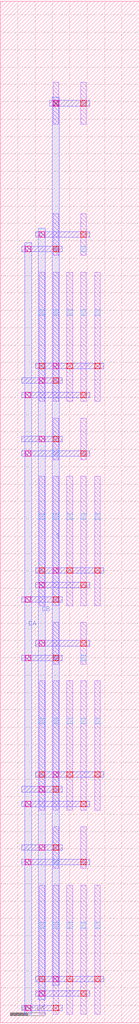
<source format=lef>
MACRO CCP_NMOS_23282412_X1_Y4
  UNITS 
    DATABASE MICRONS UNITS 1000;
  END UNITS 
  ORIGIN 0 0 ;
  FOREIGN CCP_NMOS_23282412_X1_Y4 0 0 ;
  SIZE 800 BY 5880 ;
  PIN DA
    DIRECTION INOUT ;
    USE SIGNAL ;
    PORT
      LAYER M3 ;
        RECT 140 48 180 4488 ;
    END
  END DA
  PIN DB
    DIRECTION INOUT ;
    USE SIGNAL ;
    PORT
      LAYER M3 ;
        RECT 220 132 260 4572 ;
    END
  END DB
  PIN S
    DIRECTION INOUT ;
    USE SIGNAL ;
    PORT
      LAYER M3 ;
        RECT 300 216 340 5328 ;
    END
  END S
  OBS
    LAYER M1 ;
      RECT 304 48 336 792 ;
    LAYER M1 ;
      RECT 304 888 336 1128 ;
    LAYER M1 ;
      RECT 304 1224 336 1968 ;
    LAYER M1 ;
      RECT 304 2064 336 2304 ;
    LAYER M1 ;
      RECT 304 2400 336 3144 ;
    LAYER M1 ;
      RECT 304 3240 336 3480 ;
    LAYER M1 ;
      RECT 304 3576 336 4320 ;
    LAYER M1 ;
      RECT 304 4416 336 4656 ;
    LAYER M1 ;
      RECT 304 5172 336 5412 ;
    LAYER M1 ;
      RECT 224 48 256 792 ;
    LAYER M1 ;
      RECT 224 1224 256 1968 ;
    LAYER M1 ;
      RECT 224 2400 256 3144 ;
    LAYER M1 ;
      RECT 224 3576 256 4320 ;
    LAYER M1 ;
      RECT 384 48 416 792 ;
    LAYER M1 ;
      RECT 384 1224 416 1968 ;
    LAYER M1 ;
      RECT 384 2400 416 3144 ;
    LAYER M1 ;
      RECT 384 3576 416 4320 ;
    LAYER M1 ;
      RECT 464 48 496 792 ;
    LAYER M1 ;
      RECT 464 888 496 1128 ;
    LAYER M1 ;
      RECT 464 1224 496 1968 ;
    LAYER M1 ;
      RECT 464 2064 496 2304 ;
    LAYER M1 ;
      RECT 464 2400 496 3144 ;
    LAYER M1 ;
      RECT 464 3240 496 3480 ;
    LAYER M1 ;
      RECT 464 3576 496 4320 ;
    LAYER M1 ;
      RECT 464 4416 496 4656 ;
    LAYER M1 ;
      RECT 464 5172 496 5412 ;
    LAYER M1 ;
      RECT 544 48 576 792 ;
    LAYER M1 ;
      RECT 544 1224 576 1968 ;
    LAYER M1 ;
      RECT 544 2400 576 3144 ;
    LAYER M1 ;
      RECT 544 3576 576 4320 ;
    LAYER M2 ;
      RECT 124 908 516 940 ;
    LAYER M2 ;
      RECT 124 68 356 100 ;
    LAYER M2 ;
      RECT 124 992 356 1024 ;
    LAYER M2 ;
      RECT 204 152 516 184 ;
    LAYER M2 ;
      RECT 204 236 596 268 ;
    LAYER M2 ;
      RECT 124 2084 356 2116 ;
    LAYER M2 ;
      RECT 124 1244 516 1276 ;
    LAYER M2 ;
      RECT 204 2168 516 2200 ;
    LAYER M2 ;
      RECT 124 1328 356 1360 ;
    LAYER M2 ;
      RECT 204 1412 596 1444 ;
    LAYER M2 ;
      RECT 124 3260 516 3292 ;
    LAYER M2 ;
      RECT 124 2420 356 2452 ;
    LAYER M2 ;
      RECT 124 3344 356 3376 ;
    LAYER M2 ;
      RECT 204 2504 516 2536 ;
    LAYER M2 ;
      RECT 204 2588 596 2620 ;
    LAYER M2 ;
      RECT 124 4436 356 4468 ;
    LAYER M2 ;
      RECT 124 3596 516 3628 ;
    LAYER M2 ;
      RECT 204 4520 516 4552 ;
    LAYER M2 ;
      RECT 124 3680 356 3712 ;
    LAYER M2 ;
      RECT 284 5276 516 5308 ;
    LAYER M2 ;
      RECT 204 3764 596 3796 ;
    LAYER V1 ;
      RECT 464 152 496 184 ;
    LAYER V1 ;
      RECT 464 908 496 940 ;
    LAYER V1 ;
      RECT 464 1244 496 1276 ;
    LAYER V1 ;
      RECT 464 2168 496 2200 ;
    LAYER V1 ;
      RECT 464 2504 496 2536 ;
    LAYER V1 ;
      RECT 464 3260 496 3292 ;
    LAYER V1 ;
      RECT 464 3596 496 3628 ;
    LAYER V1 ;
      RECT 464 4520 496 4552 ;
    LAYER V1 ;
      RECT 464 5276 496 5308 ;
    LAYER V1 ;
      RECT 304 68 336 100 ;
    LAYER V1 ;
      RECT 304 992 336 1024 ;
    LAYER V1 ;
      RECT 304 1328 336 1360 ;
    LAYER V1 ;
      RECT 304 2084 336 2116 ;
    LAYER V1 ;
      RECT 304 2420 336 2452 ;
    LAYER V1 ;
      RECT 304 3344 336 3376 ;
    LAYER V1 ;
      RECT 304 3680 336 3712 ;
    LAYER V1 ;
      RECT 304 4436 336 4468 ;
    LAYER V1 ;
      RECT 304 5276 336 5308 ;
    LAYER V1 ;
      RECT 224 236 256 268 ;
    LAYER V1 ;
      RECT 224 1412 256 1444 ;
    LAYER V1 ;
      RECT 224 2588 256 2620 ;
    LAYER V1 ;
      RECT 224 3764 256 3796 ;
    LAYER V1 ;
      RECT 384 236 416 268 ;
    LAYER V1 ;
      RECT 384 1412 416 1444 ;
    LAYER V1 ;
      RECT 384 2588 416 2620 ;
    LAYER V1 ;
      RECT 384 3764 416 3796 ;
    LAYER V1 ;
      RECT 544 236 576 268 ;
    LAYER V1 ;
      RECT 544 1412 576 1444 ;
    LAYER V1 ;
      RECT 544 2588 576 2620 ;
    LAYER V1 ;
      RECT 544 3764 576 3796 ;
    LAYER V2 ;
      RECT 144 68 176 100 ;
    LAYER V2 ;
      RECT 144 908 176 940 ;
    LAYER V2 ;
      RECT 144 1244 176 1276 ;
    LAYER V2 ;
      RECT 144 2084 176 2116 ;
    LAYER V2 ;
      RECT 144 2420 176 2452 ;
    LAYER V2 ;
      RECT 144 3260 176 3292 ;
    LAYER V2 ;
      RECT 144 3596 176 3628 ;
    LAYER V2 ;
      RECT 144 4436 176 4468 ;
    LAYER V2 ;
      RECT 224 152 256 184 ;
    LAYER V2 ;
      RECT 224 992 256 1024 ;
    LAYER V2 ;
      RECT 224 1328 256 1360 ;
    LAYER V2 ;
      RECT 224 2168 256 2200 ;
    LAYER V2 ;
      RECT 224 2504 256 2536 ;
    LAYER V2 ;
      RECT 224 3344 256 3376 ;
    LAYER V2 ;
      RECT 224 3680 256 3712 ;
    LAYER V2 ;
      RECT 224 4520 256 4552 ;
    LAYER V2 ;
      RECT 304 236 336 268 ;
    LAYER V2 ;
      RECT 304 1412 336 1444 ;
    LAYER V2 ;
      RECT 304 2588 336 2620 ;
    LAYER V2 ;
      RECT 304 3764 336 3796 ;
    LAYER V2 ;
      RECT 304 5276 336 5308 ;
    LAYER V0 ;
      RECT 304 545 336 577 ;
    LAYER V0 ;
      RECT 304 908 336 940 ;
    LAYER V0 ;
      RECT 304 1721 336 1753 ;
    LAYER V0 ;
      RECT 304 2084 336 2116 ;
    LAYER V0 ;
      RECT 304 2897 336 2929 ;
    LAYER V0 ;
      RECT 304 3260 336 3292 ;
    LAYER V0 ;
      RECT 304 4073 336 4105 ;
    LAYER V0 ;
      RECT 304 4436 336 4468 ;
    LAYER V0 ;
      RECT 304 5276 336 5308 ;
    LAYER V0 ;
      RECT 304 5276 336 5308 ;
    LAYER V0 ;
      RECT 304 5276 336 5308 ;
    LAYER V0 ;
      RECT 304 5276 336 5308 ;
    LAYER V0 ;
      RECT 224 545 256 577 ;
    LAYER V0 ;
      RECT 224 1721 256 1753 ;
    LAYER V0 ;
      RECT 224 2897 256 2929 ;
    LAYER V0 ;
      RECT 224 4073 256 4105 ;
    LAYER V0 ;
      RECT 384 545 416 577 ;
    LAYER V0 ;
      RECT 384 545 416 577 ;
    LAYER V0 ;
      RECT 384 1721 416 1753 ;
    LAYER V0 ;
      RECT 384 1721 416 1753 ;
    LAYER V0 ;
      RECT 384 2897 416 2929 ;
    LAYER V0 ;
      RECT 384 2897 416 2929 ;
    LAYER V0 ;
      RECT 384 4073 416 4105 ;
    LAYER V0 ;
      RECT 384 4073 416 4105 ;
    LAYER V0 ;
      RECT 464 545 496 577 ;
    LAYER V0 ;
      RECT 464 908 496 940 ;
    LAYER V0 ;
      RECT 464 1721 496 1753 ;
    LAYER V0 ;
      RECT 464 2084 496 2116 ;
    LAYER V0 ;
      RECT 464 2897 496 2929 ;
    LAYER V0 ;
      RECT 464 3260 496 3292 ;
    LAYER V0 ;
      RECT 464 4073 496 4105 ;
    LAYER V0 ;
      RECT 464 4436 496 4468 ;
    LAYER V0 ;
      RECT 464 5276 496 5308 ;
    LAYER V0 ;
      RECT 464 5276 496 5308 ;
    LAYER V0 ;
      RECT 464 5276 496 5308 ;
    LAYER V0 ;
      RECT 464 5276 496 5308 ;
    LAYER V0 ;
      RECT 544 545 576 577 ;
    LAYER V0 ;
      RECT 544 1721 576 1753 ;
    LAYER V0 ;
      RECT 544 2897 576 2929 ;
    LAYER V0 ;
      RECT 544 4073 576 4105 ;
  END
END CCP_NMOS_23282412_X1_Y4

</source>
